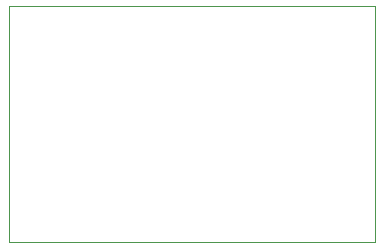
<source format=gko>
G75*
%MOIN*%
%OFA0B0*%
%FSLAX25Y25*%
%IPPOS*%
%LPD*%
%AMOC8*
5,1,8,0,0,1.08239X$1,22.5*
%
%ADD10C,0.00000*%
D10*
X0001500Y0033002D02*
X0001500Y0111742D01*
X0123547Y0111742D01*
X0123547Y0033002D01*
X0001500Y0033002D01*
M02*

</source>
